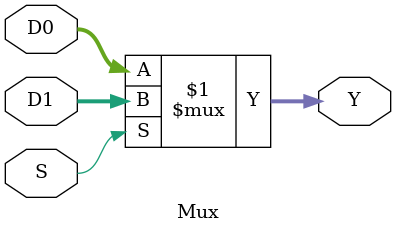
<source format=v>
module Mux #(parameter width =32)
(
input wire [width-1:0]  D0, D1, 
input wire              S,
output wire [width-1:0] Y
);
assign Y = (S) ? D1:D0 ;
endmodule
</source>
